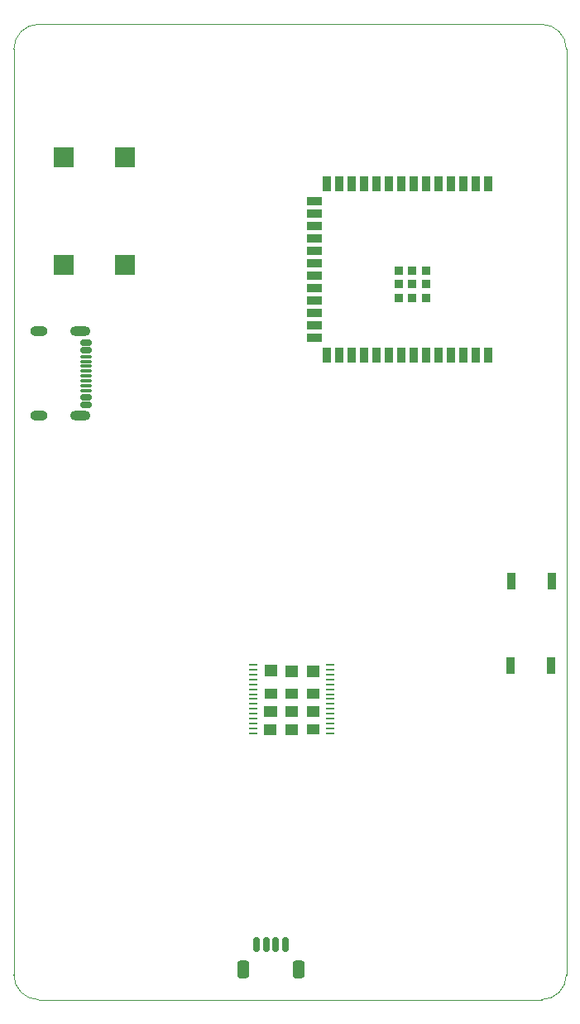
<source format=gbr>
%TF.GenerationSoftware,KiCad,Pcbnew,8.0.7*%
%TF.CreationDate,2025-01-27T23:16:30-05:00*%
%TF.ProjectId,bitaxeGamma,62697461-7865-4476-916d-6d612e6b6963,rev?*%
%TF.SameCoordinates,Original*%
%TF.FileFunction,Paste,Bot*%
%TF.FilePolarity,Positive*%
%FSLAX46Y46*%
G04 Gerber Fmt 4.6, Leading zero omitted, Abs format (unit mm)*
G04 Created by KiCad (PCBNEW 8.0.7) date 2025-01-27 23:16:30*
%MOMM*%
%LPD*%
G01*
G04 APERTURE LIST*
G04 Aperture macros list*
%AMRoundRect*
0 Rectangle with rounded corners*
0 $1 Rounding radius*
0 $2 $3 $4 $5 $6 $7 $8 $9 X,Y pos of 4 corners*
0 Add a 4 corners polygon primitive as box body*
4,1,4,$2,$3,$4,$5,$6,$7,$8,$9,$2,$3,0*
0 Add four circle primitives for the rounded corners*
1,1,$1+$1,$2,$3*
1,1,$1+$1,$4,$5*
1,1,$1+$1,$6,$7*
1,1,$1+$1,$8,$9*
0 Add four rect primitives between the rounded corners*
20,1,$1+$1,$2,$3,$4,$5,0*
20,1,$1+$1,$4,$5,$6,$7,0*
20,1,$1+$1,$6,$7,$8,$9,0*
20,1,$1+$1,$8,$9,$2,$3,0*%
G04 Aperture macros list end*
%ADD10C,0.001000*%
%ADD11RoundRect,0.150000X0.425000X-0.150000X0.425000X0.150000X-0.425000X0.150000X-0.425000X-0.150000X0*%
%ADD12RoundRect,0.075000X0.500000X-0.075000X0.500000X0.075000X-0.500000X0.075000X-0.500000X-0.075000X0*%
%ADD13O,1.800000X1.000000*%
%ADD14O,2.100000X1.000000*%
%ADD15R,0.900000X1.500000*%
%ADD16R,1.500000X0.900000*%
%ADD17R,0.900000X0.900000*%
%ADD18RoundRect,0.055250X0.340750X0.055250X-0.340750X0.055250X-0.340750X-0.055250X0.340750X-0.055250X0*%
%ADD19R,2.000000X2.000000*%
%ADD20R,0.900000X1.800000*%
%ADD21RoundRect,0.150000X-0.150000X-0.625000X0.150000X-0.625000X0.150000X0.625000X-0.150000X0.625000X0*%
%ADD22RoundRect,0.250000X-0.350000X-0.650000X0.350000X-0.650000X0.350000X0.650000X-0.350000X0.650000X0*%
%TA.AperFunction,Profile*%
%ADD23C,0.001000*%
%TD*%
G04 APERTURE END LIST*
%TO.C,U8*%
D10*
X104010562Y-119161000D02*
X102810562Y-119161000D01*
X102810562Y-120111000D01*
X104010562Y-120111000D01*
X104010562Y-119161000D01*
G36*
X104010562Y-119161000D02*
G01*
X102810562Y-119161000D01*
X102810562Y-120111000D01*
X104010562Y-120111000D01*
X104010562Y-119161000D01*
G37*
X104020562Y-117301000D02*
X102820562Y-117301000D01*
X102820562Y-118251000D01*
X104020562Y-118251000D01*
X104020562Y-117301000D01*
G36*
X104020562Y-117301000D02*
G01*
X102820562Y-117301000D01*
X102820562Y-118251000D01*
X104020562Y-118251000D01*
X104020562Y-117301000D01*
G37*
X104030562Y-113066000D02*
X102830562Y-113066000D01*
X102830562Y-114176000D01*
X104030562Y-114176000D01*
X104030562Y-113066000D01*
G36*
X104030562Y-113066000D02*
G01*
X102830562Y-113066000D01*
X102830562Y-114176000D01*
X104030562Y-114176000D01*
X104030562Y-113066000D01*
G37*
X104030562Y-115471000D02*
X102830562Y-115471000D01*
X102830562Y-116421000D01*
X104030562Y-116421000D01*
X104030562Y-115471000D01*
G36*
X104030562Y-115471000D02*
G01*
X102830562Y-115471000D01*
X102830562Y-116421000D01*
X104030562Y-116421000D01*
X104030562Y-115471000D01*
G37*
X106160562Y-119161000D02*
X104960562Y-119161000D01*
X104960562Y-120111000D01*
X106160562Y-120111000D01*
X106160562Y-119161000D01*
G36*
X106160562Y-119161000D02*
G01*
X104960562Y-119161000D01*
X104960562Y-120111000D01*
X106160562Y-120111000D01*
X106160562Y-119161000D01*
G37*
X106170562Y-117301000D02*
X104970562Y-117301000D01*
X104970562Y-118251000D01*
X106170562Y-118251000D01*
X106170562Y-117301000D01*
G36*
X106170562Y-117301000D02*
G01*
X104970562Y-117301000D01*
X104970562Y-118251000D01*
X106170562Y-118251000D01*
X106170562Y-117301000D01*
G37*
X106180562Y-115471000D02*
X104980562Y-115471000D01*
X104980562Y-116421000D01*
X106180562Y-116421000D01*
X106180562Y-115471000D01*
G36*
X106180562Y-115471000D02*
G01*
X104980562Y-115471000D01*
X104980562Y-116421000D01*
X106180562Y-116421000D01*
X106180562Y-115471000D01*
G37*
X106210562Y-113086000D02*
X105010562Y-113086000D01*
X105010562Y-114196000D01*
X106210562Y-114196000D01*
X106210562Y-113086000D01*
G36*
X106210562Y-113086000D02*
G01*
X105010562Y-113086000D01*
X105010562Y-114196000D01*
X106210562Y-114196000D01*
X106210562Y-113086000D01*
G37*
X108350562Y-113086000D02*
X107150562Y-113086000D01*
X107150562Y-114206000D01*
X108350562Y-114206000D01*
X108350562Y-113086000D01*
G36*
X108350562Y-113086000D02*
G01*
X107150562Y-113086000D01*
X107150562Y-114206000D01*
X108350562Y-114206000D01*
X108350562Y-113086000D01*
G37*
X108370562Y-119151000D02*
X107170562Y-119151000D01*
X107170562Y-120101000D01*
X108370562Y-120101000D01*
X108370562Y-119151000D01*
G36*
X108370562Y-119151000D02*
G01*
X107170562Y-119151000D01*
X107170562Y-120101000D01*
X108370562Y-120101000D01*
X108370562Y-119151000D01*
G37*
X108380562Y-117291000D02*
X107180562Y-117291000D01*
X107180562Y-118241000D01*
X108380562Y-118241000D01*
X108380562Y-117291000D01*
G36*
X108380562Y-117291000D02*
G01*
X107180562Y-117291000D01*
X107180562Y-118241000D01*
X108380562Y-118241000D01*
X108380562Y-117291000D01*
G37*
X108390562Y-115461000D02*
X107190562Y-115461000D01*
X107190562Y-116411000D01*
X108390562Y-116411000D01*
X108390562Y-115461000D01*
G36*
X108390562Y-115461000D02*
G01*
X107190562Y-115461000D01*
X107190562Y-116411000D01*
X108390562Y-116411000D01*
X108390562Y-115461000D01*
G37*
%TD*%
D11*
%TO.C,J5*%
X84545000Y-86460000D03*
X84545000Y-85660000D03*
D12*
X84545000Y-84510000D03*
X84545000Y-83510000D03*
X84545000Y-83010000D03*
X84545000Y-82010000D03*
D11*
X84545000Y-80060000D03*
X84545000Y-80860000D03*
D12*
X84545000Y-81510000D03*
X84545000Y-82510000D03*
X84545000Y-84010000D03*
X84545000Y-85010000D03*
D13*
X79790000Y-87580000D03*
D14*
X83970000Y-87580000D03*
D13*
X79790000Y-78940000D03*
D14*
X83970000Y-78940000D03*
%TD*%
D15*
%TO.C,U4*%
X125690000Y-81360000D03*
X124420000Y-81360000D03*
X123150000Y-81360000D03*
X121880000Y-81360000D03*
X120610000Y-81360000D03*
X119340000Y-81360000D03*
X118070000Y-81360000D03*
X116800000Y-81360000D03*
X115530000Y-81360000D03*
X114260000Y-81360000D03*
X112990000Y-81360000D03*
X111720000Y-81360000D03*
X110450000Y-81360000D03*
X109180000Y-81360000D03*
D16*
X107930000Y-79595000D03*
X107930000Y-78325000D03*
X107930000Y-77055000D03*
X107930000Y-75785000D03*
X107930000Y-74515000D03*
X107930000Y-73245000D03*
X107930000Y-71975000D03*
X107930000Y-70705000D03*
X107930000Y-69435000D03*
X107930000Y-68165000D03*
X107930000Y-66895000D03*
X107930000Y-65625000D03*
D15*
X109180000Y-63860000D03*
X110450000Y-63860000D03*
X111720000Y-63860000D03*
X112990000Y-63860000D03*
X114260000Y-63860000D03*
X115530000Y-63860000D03*
X116800000Y-63860000D03*
X118070000Y-63860000D03*
X119340000Y-63860000D03*
X120610000Y-63860000D03*
X121880000Y-63860000D03*
X123150000Y-63860000D03*
X124420000Y-63860000D03*
X125690000Y-63860000D03*
D17*
X116570000Y-75510000D03*
X117970000Y-75510000D03*
X119370000Y-75510000D03*
X116570000Y-74110000D03*
X117970000Y-74110000D03*
X119370000Y-74110000D03*
X116570000Y-72710000D03*
X117970000Y-72710000D03*
X119370000Y-72710000D03*
%TD*%
D18*
%TO.C,U8*%
X109526562Y-113032000D03*
X109526562Y-113534000D03*
X109526562Y-114036000D03*
X109526562Y-114538000D03*
X109526562Y-115040000D03*
X109526562Y-115542000D03*
X109526562Y-116044000D03*
X109526562Y-116546000D03*
X109526562Y-117048000D03*
X109526562Y-117550000D03*
X109526562Y-118052000D03*
X109526562Y-118554000D03*
X109526562Y-119056000D03*
X109526562Y-119558000D03*
X109526562Y-120060000D03*
X101694562Y-120060000D03*
X101694562Y-119558000D03*
X101694562Y-119056000D03*
X101694562Y-118554000D03*
X101694562Y-118052000D03*
X101694562Y-117550000D03*
X101694562Y-117048000D03*
X101694562Y-116546000D03*
X101694562Y-116044000D03*
X101694562Y-115542000D03*
X101694562Y-115040000D03*
X101694562Y-114538000D03*
X101694562Y-114036000D03*
X101694562Y-113534000D03*
X101694562Y-113032000D03*
%TD*%
D19*
%TO.C,J1*%
X82330000Y-72120000D03*
X88530000Y-72120000D03*
X82330000Y-61120000D03*
X88530000Y-61120000D03*
%TD*%
D20*
%TO.C,SW1*%
X132246000Y-104448000D03*
X128136000Y-104448000D03*
%TD*%
%TO.C,SW2*%
X132142000Y-113155000D03*
X128032000Y-113155000D03*
%TD*%
D21*
%TO.C,J7*%
X102000000Y-141675000D03*
X103000000Y-141675000D03*
X104000000Y-141675000D03*
X105000000Y-141675000D03*
D22*
X100700000Y-144200000D03*
X106300000Y-144200000D03*
%TD*%
D23*
X79729000Y-47522000D02*
X131192000Y-47522000D01*
X133732000Y-144744000D02*
G75*
G02*
X131192000Y-147284000I-2540000J0D01*
G01*
X131192000Y-47522000D02*
G75*
G02*
X133732000Y-50062000I0J-2540000D01*
G01*
X77189000Y-50062000D02*
G75*
G02*
X79729000Y-47522000I2540000J0D01*
G01*
X131192000Y-147284000D02*
X79729000Y-147284000D01*
X133732000Y-50062000D02*
X133732000Y-144744000D01*
X79729000Y-147284000D02*
G75*
G02*
X77189000Y-144744000I0J2540000D01*
G01*
X77189000Y-144744000D02*
X77189000Y-50062000D01*
M02*

</source>
